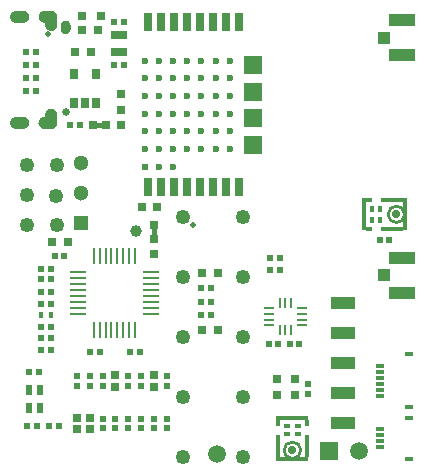
<source format=gbr>
%TF.GenerationSoftware,Altium Limited,Altium Designer,21.4.1 (30)*%
G04 Layer_Color=3931*
%FSLAX45Y45*%
%MOMM*%
%TF.SameCoordinates,F4A6E2B2-E63A-418B-8CEE-B9A354165880*%
%TF.FilePolarity,Negative*%
%TF.FileFunction,Soldermask,Top*%
%TF.Part,Single*%
G01*
G75*
%TA.AperFunction,Conductor*%
%ADD12C,0.25400*%
%TA.AperFunction,SMDPad,CuDef*%
%ADD14R,0.65000X0.90000*%
%ADD15R,0.75000X0.70000*%
%ADD16R,0.75000X0.65000*%
%ADD17R,0.75001X0.65000*%
%ADD18R,0.70000X0.80000*%
%ADD19R,0.65000X0.80000*%
%ADD20R,0.60000X0.40000*%
%ADD21C,0.30000*%
%ADD22R,0.40000X0.60000*%
%TA.AperFunction,ConnectorPad*%
%ADD23R,0.80000X0.30000*%
%ADD24R,0.80000X0.40000*%
%TA.AperFunction,SMDPad,CuDef*%
%ADD25R,0.80000X0.40000*%
%ADD26R,0.80000X0.30000*%
%ADD27R,2.00000X1.00000*%
%ADD28R,0.80000X0.75000*%
%ADD29R,0.80000X0.70000*%
%ADD30R,0.52000X0.52000*%
%ADD31R,0.50000X0.52000*%
%ADD32R,0.80000X0.80000*%
%ADD33R,0.52000X0.50000*%
%ADD34R,0.60000X0.90000*%
%ADD35R,2.20000X1.05000*%
%ADD36R,1.05000X1.00000*%
%ADD37R,0.52000X0.52000*%
%ADD38R,0.70000X1.50000*%
%TA.AperFunction,BGAPad,CuDef*%
%ADD39C,0.60000*%
%TA.AperFunction,SMDPad,CuDef*%
%ADD40R,0.60000X0.60000*%
%ADD41R,1.50000X1.50000*%
%ADD42R,0.45000X0.55000*%
%ADD43R,0.72000X0.76000*%
%ADD44R,0.65000X0.75001*%
%ADD45R,0.65000X0.75000*%
%ADD46R,0.70000X0.75000*%
%ADD47R,0.87500X0.25000*%
%ADD48R,0.25000X0.87500*%
%ADD49C,1.50000*%
%ADD50R,1.40000X0.75000*%
%ADD51O,0.25000X1.40000*%
%ADD52O,1.40000X0.25000*%
%ADD53C,1.00000*%
%TA.AperFunction,NonConductor*%
%ADD58R,2.80000X0.37500*%
%TA.AperFunction,Conductor*%
%ADD59R,2.80000X0.34751*%
G04:AMPARAMS|DCode=60|XSize=1.9mm|YSize=0.35mm|CornerRadius=0mm|HoleSize=0mm|Usage=FLASHONLY|Rotation=90.002|XOffset=0mm|YOffset=0mm|HoleType=Round|Shape=Rectangle|*
%AMROTATEDRECTD60*
4,1,4,0.17503,-0.95000,-0.17497,-0.95001,-0.17503,0.95000,0.17497,0.95001,0.17503,-0.95000,0.0*
%
%ADD60ROTATEDRECTD60*%

%TA.AperFunction,NonConductor*%
G04:AMPARAMS|DCode=61|XSize=0.44998mm|YSize=0.35mm|CornerRadius=0mm|HoleSize=0mm|Usage=FLASHONLY|Rotation=90.002|XOffset=0mm|YOffset=0mm|HoleType=Round|Shape=Rectangle|*
%AMROTATEDRECTD61*
4,1,4,0.17501,-0.22499,-0.17499,-0.22500,-0.17501,0.22499,0.17499,0.22500,0.17501,-0.22499,0.0*
%
%ADD61ROTATEDRECTD61*%

%TA.AperFunction,Conductor*%
G04:AMPARAMS|DCode=62|XSize=1.9mm|YSize=0.35mm|CornerRadius=0mm|HoleSize=0mm|Usage=FLASHONLY|Rotation=180.002|XOffset=0mm|YOffset=0mm|HoleType=Round|Shape=Rectangle|*
%AMROTATEDRECTD62*
4,1,4,0.95000,0.17503,0.95001,-0.17497,-0.95000,-0.17503,-0.95001,0.17497,0.95000,0.17503,0.0*
%
%ADD62ROTATEDRECTD62*%

%TA.AperFunction,NonConductor*%
G04:AMPARAMS|DCode=63|XSize=0.44998mm|YSize=0.35mm|CornerRadius=0mm|HoleSize=0mm|Usage=FLASHONLY|Rotation=180.002|XOffset=0mm|YOffset=0mm|HoleType=Round|Shape=Rectangle|*
%AMROTATEDRECTD63*
4,1,4,0.22499,0.17501,0.22500,-0.17499,-0.22499,-0.17501,-0.22500,0.17499,0.22499,0.17501,0.0*
%
%ADD63ROTATEDRECTD63*%

%TA.AperFunction,Conductor*%
%ADD64R,0.34751X2.80000*%
%TA.AperFunction,NonConductor*%
%ADD65R,0.37500X2.80000*%
%TA.AperFunction,ComponentPad*%
%ADD66C,0.63000*%
%ADD69R,1.30000X1.30000*%
%ADD70C,1.30000*%
%ADD71C,0.70000*%
%ADD72C,1.25000*%
%ADD73C,1.50000*%
%ADD74R,1.50000X1.50000*%
%TA.AperFunction,ViaPad*%
%ADD76C,0.50000*%
%TA.AperFunction,Conductor*%
%ADD132C,0.35400*%
%ADD133C,0.40800*%
G36*
X139932Y2922617D02*
X139726Y2925227D01*
X139385Y2927822D01*
X138908Y2930396D01*
X138296Y2932941D01*
X137553Y2935451D01*
X136679Y2937918D01*
X135677Y2940337D01*
X134550Y2942700D01*
X133301Y2945000D01*
X131934Y2947232D01*
X130451Y2949389D01*
X128858Y2951466D01*
X127157Y2953457D01*
X125355Y2955356D01*
X123457Y2957157D01*
X121466Y2958857D01*
X119389Y2960451D01*
X117232Y2961934D01*
X115000Y2963301D01*
X112700Y2964550D01*
X110337Y2965677D01*
X107919Y2966679D01*
X105451Y2967553D01*
X102941Y2968296D01*
X100396Y2968907D01*
X97822Y2969384D01*
X95227Y2969726D01*
X92617Y2969932D01*
X90000Y2970000D01*
X30000D01*
X27383Y2969932D01*
X24774Y2969726D01*
X22179Y2969384D01*
X19604Y2968907D01*
X17059Y2968296D01*
X14549Y2967553D01*
X12082Y2966679D01*
X9663Y2965677D01*
X7300Y2964550D01*
X5000Y2963301D01*
X2768Y2961934D01*
X611Y2960451D01*
X-1466Y2958857D01*
X-3456Y2957157D01*
X-5355Y2955356D01*
X-7157Y2953457D01*
X-8857Y2951466D01*
X-10451Y2949389D01*
X-11933Y2947232D01*
X-13301Y2945000D01*
X-14550Y2942700D01*
X-15677Y2940337D01*
X-16679Y2937918D01*
X-17553Y2935451D01*
X-18296Y2932941D01*
X-18907Y2930396D01*
X-19384Y2927822D01*
X-19726Y2925227D01*
X-19931Y2922617D01*
X-20000Y2920000D01*
X-19931Y2917383D01*
X-19726Y2914774D01*
X-19384Y2912178D01*
X-18907Y2909605D01*
X-18296Y2907059D01*
X-17553Y2904549D01*
X-16679Y2902082D01*
X-15677Y2899663D01*
X-14550Y2897301D01*
X-13301Y2895000D01*
X-11933Y2892768D01*
X-10451Y2890611D01*
X-8857Y2888534D01*
X-7157Y2886544D01*
X-5355Y2884645D01*
X-3456Y2882843D01*
X-1466Y2881143D01*
X611Y2879549D01*
X2768Y2878067D01*
X5000Y2876699D01*
X7300Y2875450D01*
X9663Y2874323D01*
X12082Y2873321D01*
X14549Y2872447D01*
X17059Y2871704D01*
X19604Y2871093D01*
X22179Y2870616D01*
X24774Y2870274D01*
X27383Y2870069D01*
X30000Y2870000D01*
X90000D01*
X92617Y2870069D01*
X95227Y2870274D01*
X97822Y2870616D01*
X100396Y2871093D01*
X102941Y2871704D01*
X105451Y2872447D01*
X107919Y2873321D01*
X110337Y2874323D01*
X112700Y2875450D01*
X115000Y2876699D01*
X117232Y2878067D01*
X119389Y2879549D01*
X121466Y2881143D01*
X123457Y2882843D01*
X125355Y2884645D01*
X127157Y2886544D01*
X128858Y2888534D01*
X130451Y2890611D01*
X131934Y2892768D01*
X133301Y2895000D01*
X134550Y2897301D01*
X135677Y2899663D01*
X136679Y2902082D01*
X137553Y2904549D01*
X138296Y2907059D01*
X138908Y2909605D01*
X139385Y2912178D01*
X139726Y2914774D01*
X139932Y2917383D01*
X140000Y2920000D01*
X139932Y2922617D01*
D02*
G37*
G36*
X379928Y2990248D02*
X379712Y2992988D01*
X379354Y2995713D01*
X378853Y2998415D01*
X378211Y3001088D01*
X377431Y3003723D01*
X376513Y3006315D01*
X375461Y3008854D01*
X374278Y3011335D01*
X372966Y3013750D01*
X371530Y3016094D01*
X369974Y3018359D01*
X368300Y3020540D01*
X366515Y3022629D01*
X364623Y3024623D01*
X362629Y3026515D01*
X360540Y3028300D01*
X358359Y3029974D01*
X356094Y3031530D01*
X353750Y3032967D01*
X351335Y3034278D01*
X348854Y3035461D01*
X346315Y3036513D01*
X343723Y3037431D01*
X341088Y3038211D01*
X338415Y3038853D01*
X335713Y3039354D01*
X332988Y3039712D01*
X330248Y3039928D01*
X327500Y3040000D01*
X324752Y3039928D01*
X322012Y3039712D01*
X319287Y3039354D01*
X316585Y3038853D01*
X313912Y3038211D01*
X311277Y3037431D01*
X308686Y3036513D01*
X306146Y3035461D01*
X303666Y3034278D01*
X301250Y3032967D01*
X298907Y3031530D01*
X296641Y3029974D01*
X294461Y3028300D01*
X292371Y3026515D01*
X290377Y3024623D01*
X288485Y3022629D01*
X286700Y3020540D01*
X285027Y3018359D01*
X283470Y3016094D01*
X282034Y3013750D01*
X280722Y3011335D01*
X279539Y3008854D01*
X278487Y3006315D01*
X277570Y3003723D01*
X276789Y3001088D01*
X276147Y2998415D01*
X275646Y2995713D01*
X275288Y2992988D01*
X275072Y2990248D01*
X275000Y2987500D01*
Y2975000D01*
X274993Y2974739D01*
X274973Y2974477D01*
X274938Y2974218D01*
X274891Y2973961D01*
X274830Y2973706D01*
X274755Y2973455D01*
X274668Y2973208D01*
X274568Y2972966D01*
X274455Y2972730D01*
X274330Y2972500D01*
X274194Y2972277D01*
X274045Y2972061D01*
X273886Y2971854D01*
X273716Y2971654D01*
X273536Y2971464D01*
X273346Y2971284D01*
X273147Y2971114D01*
X272939Y2970955D01*
X272723Y2970807D01*
X272500Y2970670D01*
X272270Y2970545D01*
X272034Y2970432D01*
X271792Y2970332D01*
X271545Y2970245D01*
X271294Y2970171D01*
X271040Y2970109D01*
X270782Y2970062D01*
X270523Y2970028D01*
X270262Y2970007D01*
X270000Y2970000D01*
X267383Y2969932D01*
X264774Y2969726D01*
X262178Y2969384D01*
X259605Y2968907D01*
X257059Y2968296D01*
X254549Y2967553D01*
X252082Y2966679D01*
X249663Y2965677D01*
X247300Y2964550D01*
X245000Y2963301D01*
X242768Y2961934D01*
X240611Y2960451D01*
X238534Y2958857D01*
X236544Y2957157D01*
X234645Y2955356D01*
X232843Y2953457D01*
X231143Y2951466D01*
X229549Y2949389D01*
X228067Y2947232D01*
X226699Y2945000D01*
X225450Y2942700D01*
X224323Y2940337D01*
X223321Y2937918D01*
X222447Y2935451D01*
X221704Y2932941D01*
X221093Y2930396D01*
X220616Y2927822D01*
X220274Y2925227D01*
X220069Y2922617D01*
X220000Y2920000D01*
X220069Y2917383D01*
X220274Y2914774D01*
X220616Y2912178D01*
X221093Y2909605D01*
X221704Y2907059D01*
X222447Y2904549D01*
X223321Y2902082D01*
X224323Y2899663D01*
X225450Y2897301D01*
X226699Y2895000D01*
X228067Y2892768D01*
X229549Y2890611D01*
X231143Y2888534D01*
X232843Y2886544D01*
X234645Y2884645D01*
X236544Y2882843D01*
X238534Y2881143D01*
X240611Y2879549D01*
X242768Y2878067D01*
X245000Y2876699D01*
X247300Y2875450D01*
X249663Y2874323D01*
X252082Y2873321D01*
X254549Y2872447D01*
X257059Y2871704D01*
X259605Y2871093D01*
X262178Y2870616D01*
X264774Y2870274D01*
X267383Y2870069D01*
X270000Y2870000D01*
X330000D01*
X332617Y2870069D01*
X335227Y2870274D01*
X337822Y2870616D01*
X340396Y2871093D01*
X342941Y2871704D01*
X345451Y2872447D01*
X347919Y2873321D01*
X350337Y2874323D01*
X352700Y2875450D01*
X355000Y2876699D01*
X357232Y2878067D01*
X359389Y2879549D01*
X361466Y2881143D01*
X363457Y2882843D01*
X365355Y2884645D01*
X367157Y2886544D01*
X368858Y2888534D01*
X370451Y2890611D01*
X371934Y2892768D01*
X373301Y2895000D01*
X374550Y2897301D01*
X375677Y2899663D01*
X376679Y2902082D01*
X377553Y2904549D01*
X378296Y2907059D01*
X378908Y2909605D01*
X379385Y2912178D01*
X379726Y2914774D01*
X379932Y2917383D01*
X380000Y2920000D01*
Y2987500D01*
X379928Y2990248D01*
D02*
G37*
G36*
X139932Y3820617D02*
X139726Y3823227D01*
X139385Y3825822D01*
X138908Y3828396D01*
X138296Y3830941D01*
X137553Y3833451D01*
X136679Y3835918D01*
X135677Y3838337D01*
X134550Y3840700D01*
X133301Y3843000D01*
X131934Y3845232D01*
X130451Y3847389D01*
X128858Y3849466D01*
X127157Y3851457D01*
X125355Y3853356D01*
X123457Y3855157D01*
X121466Y3856857D01*
X119389Y3858451D01*
X117232Y3859934D01*
X115000Y3861301D01*
X112700Y3862551D01*
X110337Y3863677D01*
X107919Y3864679D01*
X105451Y3865553D01*
X102941Y3866296D01*
X100396Y3866907D01*
X97822Y3867384D01*
X95227Y3867726D01*
X92617Y3867932D01*
X90000Y3868000D01*
X30000D01*
X27383Y3867932D01*
X24774Y3867726D01*
X22179Y3867384D01*
X19604Y3866907D01*
X17059Y3866296D01*
X14549Y3865553D01*
X12082Y3864679D01*
X9663Y3863677D01*
X7300Y3862551D01*
X5000Y3861301D01*
X2768Y3859934D01*
X611Y3858451D01*
X-1466Y3856857D01*
X-3456Y3855157D01*
X-5355Y3853356D01*
X-7157Y3851457D01*
X-8857Y3849466D01*
X-10451Y3847389D01*
X-11933Y3845232D01*
X-13301Y3843000D01*
X-14550Y3840700D01*
X-15677Y3838337D01*
X-16679Y3835918D01*
X-17553Y3833451D01*
X-18296Y3830941D01*
X-18907Y3828396D01*
X-19384Y3825822D01*
X-19726Y3823227D01*
X-19931Y3820617D01*
X-20000Y3818000D01*
X-19931Y3815383D01*
X-19726Y3812774D01*
X-19384Y3810178D01*
X-18907Y3807605D01*
X-18296Y3805059D01*
X-17553Y3802549D01*
X-16679Y3800082D01*
X-15677Y3797663D01*
X-14550Y3795301D01*
X-13301Y3793000D01*
X-11933Y3790768D01*
X-10451Y3788611D01*
X-8857Y3786534D01*
X-7157Y3784544D01*
X-5355Y3782645D01*
X-3456Y3780843D01*
X-1466Y3779143D01*
X611Y3777549D01*
X2768Y3776067D01*
X5000Y3774699D01*
X7300Y3773450D01*
X9663Y3772323D01*
X12082Y3771321D01*
X14549Y3770447D01*
X17059Y3769704D01*
X19604Y3769093D01*
X22179Y3768616D01*
X24774Y3768274D01*
X27383Y3768069D01*
X30000Y3768000D01*
X90000D01*
X92617Y3768069D01*
X95227Y3768274D01*
X97822Y3768616D01*
X100396Y3769093D01*
X102941Y3769704D01*
X105451Y3770447D01*
X107919Y3771321D01*
X110337Y3772323D01*
X112700Y3773450D01*
X115000Y3774699D01*
X117232Y3776067D01*
X119389Y3777549D01*
X121466Y3779143D01*
X123457Y3780843D01*
X125355Y3782645D01*
X127157Y3784544D01*
X128858Y3786534D01*
X130451Y3788611D01*
X131934Y3790768D01*
X133301Y3793000D01*
X134550Y3795301D01*
X135677Y3797663D01*
X136679Y3800082D01*
X137553Y3802549D01*
X138296Y3805059D01*
X138908Y3807605D01*
X139385Y3810178D01*
X139726Y3812774D01*
X139932Y3815383D01*
X140000Y3818000D01*
X139932Y3820617D01*
D02*
G37*
G36*
X379932D02*
X379726Y3823227D01*
X379385Y3825822D01*
X378908Y3828396D01*
X378296Y3830941D01*
X377553Y3833451D01*
X376679Y3835918D01*
X375677Y3838337D01*
X374550Y3840700D01*
X373301Y3843000D01*
X371934Y3845232D01*
X370451Y3847389D01*
X368858Y3849466D01*
X367157Y3851457D01*
X365355Y3853356D01*
X363457Y3855157D01*
X361466Y3856857D01*
X359389Y3858451D01*
X357232Y3859934D01*
X355000Y3861301D01*
X352700Y3862551D01*
X350337Y3863677D01*
X347919Y3864679D01*
X345451Y3865553D01*
X342941Y3866296D01*
X340396Y3866907D01*
X337822Y3867384D01*
X335227Y3867726D01*
X332617Y3867932D01*
X330000Y3868000D01*
X270000D01*
X267383Y3867932D01*
X264774Y3867726D01*
X262178Y3867384D01*
X259605Y3866907D01*
X257059Y3866296D01*
X254549Y3865553D01*
X252082Y3864679D01*
X249663Y3863677D01*
X247300Y3862551D01*
X245000Y3861301D01*
X242768Y3859934D01*
X240611Y3858451D01*
X238534Y3856857D01*
X236544Y3855157D01*
X234645Y3853356D01*
X232843Y3851457D01*
X231143Y3849466D01*
X229549Y3847389D01*
X228067Y3845232D01*
X226699Y3843000D01*
X225450Y3840700D01*
X224323Y3838337D01*
X223321Y3835918D01*
X222447Y3833451D01*
X221704Y3830941D01*
X221093Y3828396D01*
X220616Y3825822D01*
X220274Y3823227D01*
X220069Y3820617D01*
X220000Y3818000D01*
X220069Y3815383D01*
X220274Y3812774D01*
X220616Y3810178D01*
X221093Y3807605D01*
X221704Y3805059D01*
X222447Y3802549D01*
X223321Y3800082D01*
X224323Y3797663D01*
X225450Y3795301D01*
X226699Y3793000D01*
X228067Y3790768D01*
X229549Y3788611D01*
X231143Y3786534D01*
X232843Y3784544D01*
X234645Y3782645D01*
X236544Y3780843D01*
X238534Y3779143D01*
X240611Y3777549D01*
X242768Y3776067D01*
X245000Y3774699D01*
X247300Y3773450D01*
X249663Y3772323D01*
X252082Y3771321D01*
X254549Y3770447D01*
X257059Y3769704D01*
X259605Y3769093D01*
X262178Y3768616D01*
X264774Y3768274D01*
X267383Y3768069D01*
X270000Y3768000D01*
X270262Y3767993D01*
X270523Y3767973D01*
X270782Y3767939D01*
X271040Y3767891D01*
X271294Y3767830D01*
X271545Y3767755D01*
X271792Y3767668D01*
X272034Y3767568D01*
X272270Y3767455D01*
X272500Y3767330D01*
X272723Y3767193D01*
X272939Y3767045D01*
X273147Y3766886D01*
X273346Y3766716D01*
X273536Y3766536D01*
X273716Y3766346D01*
X273886Y3766147D01*
X274045Y3765939D01*
X274194Y3765723D01*
X274330Y3765500D01*
X274455Y3765270D01*
X274568Y3765034D01*
X274668Y3764792D01*
X274755Y3764545D01*
X274830Y3764294D01*
X274891Y3764040D01*
X274938Y3763782D01*
X274973Y3763523D01*
X274993Y3763262D01*
X275000Y3763000D01*
Y3750500D01*
X275072Y3747752D01*
X275288Y3745012D01*
X275646Y3742287D01*
X276147Y3739585D01*
X276789Y3736912D01*
X277570Y3734277D01*
X278487Y3731686D01*
X279539Y3729146D01*
X280722Y3726666D01*
X282034Y3724250D01*
X283470Y3721906D01*
X285027Y3719641D01*
X286700Y3717461D01*
X288485Y3715371D01*
X290377Y3713377D01*
X292371Y3711485D01*
X294461Y3709700D01*
X296641Y3708027D01*
X298907Y3706470D01*
X301250Y3705034D01*
X303666Y3703722D01*
X306146Y3702539D01*
X308686Y3701487D01*
X311277Y3700570D01*
X313912Y3699789D01*
X316585Y3699147D01*
X319287Y3698646D01*
X322012Y3698288D01*
X324752Y3698072D01*
X327500Y3698000D01*
X330248Y3698072D01*
X332988Y3698288D01*
X335713Y3698646D01*
X338415Y3699147D01*
X341088Y3699789D01*
X343723Y3700570D01*
X346315Y3701487D01*
X348854Y3702539D01*
X351335Y3703722D01*
X353750Y3705034D01*
X356094Y3706470D01*
X358359Y3708027D01*
X360540Y3709700D01*
X362629Y3711485D01*
X364623Y3713377D01*
X366515Y3715371D01*
X368300Y3717461D01*
X369974Y3719641D01*
X371530Y3721906D01*
X372966Y3724250D01*
X374278Y3726666D01*
X375461Y3729146D01*
X376513Y3731686D01*
X377431Y3734277D01*
X378211Y3736912D01*
X378853Y3739585D01*
X379354Y3742287D01*
X379712Y3745012D01*
X379928Y3747752D01*
X380000Y3750500D01*
Y3818000D01*
X379932Y3820617D01*
D02*
G37*
G36*
X491443Y3747172D02*
X491273Y3749338D01*
X490989Y3751492D01*
X490593Y3753629D01*
X490086Y3755741D01*
X489469Y3757824D01*
X488744Y3759872D01*
X487912Y3761880D01*
X486977Y3763841D01*
X485940Y3765750D01*
X484805Y3767603D01*
X483574Y3769393D01*
X482252Y3771117D01*
X480841Y3772769D01*
X479345Y3774345D01*
X477769Y3775841D01*
X476117Y3777252D01*
X474393Y3778574D01*
X472603Y3779805D01*
X470750Y3780940D01*
X468841Y3781977D01*
X466880Y3782912D01*
X464872Y3783744D01*
X462824Y3784469D01*
X460741Y3785086D01*
X458628Y3785593D01*
X456492Y3785989D01*
X454338Y3786273D01*
X452172Y3786443D01*
X450000Y3786500D01*
X447828Y3786443D01*
X445662Y3786273D01*
X443508Y3785989D01*
X441372Y3785593D01*
X439259Y3785086D01*
X437176Y3784469D01*
X435128Y3783744D01*
X433121Y3782912D01*
X431159Y3781977D01*
X429250Y3780940D01*
X427398Y3779805D01*
X425607Y3778574D01*
X423883Y3777252D01*
X422231Y3775841D01*
X420655Y3774345D01*
X419160Y3772769D01*
X417748Y3771117D01*
X416426Y3769393D01*
X415195Y3767603D01*
X414060Y3765750D01*
X413023Y3763841D01*
X412088Y3761880D01*
X411256Y3759872D01*
X410531Y3757824D01*
X409914Y3755741D01*
X409407Y3753629D01*
X409011Y3751492D01*
X408727Y3749338D01*
X408557Y3747172D01*
X408500Y3745000D01*
Y3713000D01*
X408557Y3710828D01*
X408727Y3708662D01*
X409011Y3706508D01*
X409407Y3704372D01*
X409914Y3702259D01*
X410531Y3700176D01*
X411256Y3698128D01*
X412088Y3696121D01*
X413023Y3694159D01*
X414060Y3692250D01*
X415195Y3690397D01*
X416426Y3688607D01*
X417748Y3686883D01*
X419160Y3685231D01*
X420655Y3683655D01*
X422231Y3682160D01*
X423883Y3680749D01*
X425607Y3679426D01*
X427398Y3678195D01*
X429250Y3677060D01*
X431159Y3676023D01*
X433121Y3675088D01*
X435128Y3674257D01*
X437176Y3673531D01*
X439259Y3672914D01*
X441372Y3672407D01*
X443508Y3672011D01*
X445662Y3671727D01*
X447828Y3671557D01*
X450000Y3671500D01*
X452172Y3671557D01*
X454338Y3671727D01*
X456492Y3672011D01*
X458628Y3672407D01*
X460741Y3672914D01*
X462824Y3673531D01*
X464872Y3674257D01*
X466880Y3675088D01*
X468841Y3676023D01*
X470750Y3677060D01*
X472603Y3678195D01*
X474393Y3679426D01*
X476117Y3680749D01*
X477769Y3682160D01*
X479345Y3683655D01*
X480841Y3685231D01*
X482252Y3686883D01*
X483574Y3688607D01*
X484805Y3690397D01*
X485940Y3692250D01*
X486977Y3694159D01*
X487912Y3696121D01*
X488744Y3698128D01*
X489469Y3700176D01*
X490086Y3702259D01*
X490593Y3704372D01*
X490989Y3706508D01*
X491273Y3708662D01*
X491443Y3710828D01*
X491500Y3713000D01*
Y3745000D01*
X491443Y3747172D01*
D02*
G37*
D12*
X2376181Y78666D02*
G03*
X2363979Y78666I-6101J69734D01*
G01*
X3319734Y2152061D02*
G03*
X3319734Y2139860I-69734J-6101D01*
G01*
D14*
X519998Y3090000D02*
D03*
X614999D02*
D03*
X710000D02*
D03*
Y3330000D02*
D03*
X519998D02*
D03*
D15*
X1196354Y1940560D02*
D03*
D16*
Y1813560D02*
D03*
D17*
Y2051685D02*
D03*
D18*
X1092500Y2209300D02*
D03*
X1227500D02*
D03*
X1742440Y1649140D02*
D03*
X1607440D02*
D03*
X467500Y1910000D02*
D03*
X332500D02*
D03*
X1607400Y1170000D02*
D03*
X1742400D02*
D03*
D19*
X592500Y3710000D02*
D03*
X727500D02*
D03*
X526860Y3517900D02*
D03*
X661860D02*
D03*
D20*
X2325080Y353399D02*
D03*
Y283399D02*
D03*
X2415080D02*
D03*
Y353399D02*
D03*
D21*
X2370080Y78399D02*
D03*
X3320000Y2145960D02*
D03*
D22*
X3045000Y2190960D02*
D03*
X3115000D02*
D03*
Y2100960D02*
D03*
X3045000D02*
D03*
D23*
X3110000Y861000D02*
D03*
Y811000D02*
D03*
Y761000D02*
D03*
Y711000D02*
D03*
Y661000D02*
D03*
Y611000D02*
D03*
D24*
X3360000Y511000D02*
D03*
Y961000D02*
D03*
D25*
Y75000D02*
D03*
Y425000D02*
D03*
D26*
X3110000Y175000D02*
D03*
Y225000D02*
D03*
Y275000D02*
D03*
Y325000D02*
D03*
D27*
X2800200Y381000D02*
D03*
Y635000D02*
D03*
Y889000D02*
D03*
Y1143000D02*
D03*
Y1397000D02*
D03*
D28*
X2241520Y747499D02*
D03*
Y612499D02*
D03*
D29*
X2390000Y747500D02*
D03*
Y612500D02*
D03*
X915529Y3165884D02*
D03*
Y3030884D02*
D03*
D30*
X2504300Y627319D02*
D03*
Y707319D02*
D03*
X1306099Y415000D02*
D03*
Y335000D02*
D03*
X763243Y415000D02*
D03*
Y335000D02*
D03*
X1088956D02*
D03*
Y415000D02*
D03*
X980385Y415000D02*
D03*
Y335000D02*
D03*
D31*
X327000Y1097500D02*
D03*
X243000D02*
D03*
X573209Y2900674D02*
D03*
X489209D02*
D03*
X115600Y3297400D02*
D03*
X199600D02*
D03*
X114900Y3186500D02*
D03*
X198900D02*
D03*
X227000Y813000D02*
D03*
X143000D02*
D03*
X207000Y351000D02*
D03*
X123000D02*
D03*
X308000Y350000D02*
D03*
X392000D02*
D03*
X198700Y3521700D02*
D03*
X114700D02*
D03*
X199500Y3408500D02*
D03*
X115500D02*
D03*
X327600Y1596800D02*
D03*
X243600D02*
D03*
X243001Y1685700D02*
D03*
X327001D02*
D03*
X243000Y1195086D02*
D03*
X327000D02*
D03*
Y1000000D02*
D03*
X243000D02*
D03*
X2183000Y1775000D02*
D03*
X2267000D02*
D03*
Y1675000D02*
D03*
X2183000D02*
D03*
D32*
X592300Y3824500D02*
D03*
X752300D02*
D03*
D33*
X1088955Y695000D02*
D03*
Y779000D02*
D03*
X654671D02*
D03*
Y695000D02*
D03*
X871814Y333000D02*
D03*
Y417000D02*
D03*
X1306097Y779000D02*
D03*
Y695000D02*
D03*
X546100Y779000D02*
D03*
Y695000D02*
D03*
X980384Y779000D02*
D03*
Y695000D02*
D03*
X763242Y779000D02*
D03*
Y695000D02*
D03*
X1197528Y417000D02*
D03*
Y333000D02*
D03*
D34*
X137500Y656940D02*
D03*
Y506940D02*
D03*
X232500D02*
D03*
Y656940D02*
D03*
D35*
X3300000Y3787500D02*
D03*
Y3492500D02*
D03*
Y1482500D02*
D03*
Y1777500D02*
D03*
D36*
X3147500Y3640000D02*
D03*
Y1630000D02*
D03*
D37*
X3190004Y1925496D02*
D03*
X3110003D02*
D03*
X860000Y3413760D02*
D03*
X940000D02*
D03*
Y3771900D02*
D03*
X860000D02*
D03*
X1597640Y1519478D02*
D03*
X1677640D02*
D03*
X360000Y1790000D02*
D03*
X440000D02*
D03*
X1597640Y1401800D02*
D03*
X1677640D02*
D03*
X325000Y1487714D02*
D03*
X245000D02*
D03*
X1597640Y1290000D02*
D03*
X1677640D02*
D03*
X245000Y1390171D02*
D03*
X325000D02*
D03*
X2427600Y1050000D02*
D03*
X2347600D02*
D03*
X2249800D02*
D03*
X2169800D02*
D03*
X738501Y983301D02*
D03*
X658501D02*
D03*
X997500Y983302D02*
D03*
X1077500D02*
D03*
D38*
X1920200Y3773000D02*
D03*
X1810200D02*
D03*
X1700200D02*
D03*
X1590200D02*
D03*
X1480200D02*
D03*
X1370200D02*
D03*
X1260200D02*
D03*
X1150200D02*
D03*
Y2373000D02*
D03*
X1260200D02*
D03*
X1370200D02*
D03*
X1480200D02*
D03*
X1590200D02*
D03*
X1700200D02*
D03*
X1810200D02*
D03*
X1920200D02*
D03*
D39*
X1840200Y3298000D02*
D03*
Y3148000D02*
D03*
Y2998000D02*
D03*
Y2848000D02*
D03*
X1720200Y3298000D02*
D03*
Y3148000D02*
D03*
Y2998000D02*
D03*
Y2848000D02*
D03*
X1600200Y3298000D02*
D03*
Y3148000D02*
D03*
Y2998000D02*
D03*
Y2848000D02*
D03*
X1480200Y3298000D02*
D03*
Y3148000D02*
D03*
Y2998000D02*
D03*
Y2848000D02*
D03*
X1360200Y3298000D02*
D03*
Y3148000D02*
D03*
Y2998000D02*
D03*
Y2848000D02*
D03*
X1240200Y3298000D02*
D03*
Y3148000D02*
D03*
Y2998000D02*
D03*
Y2848000D02*
D03*
X1840200Y3448000D02*
D03*
Y2698000D02*
D03*
X1120200Y3298000D02*
D03*
Y3148000D02*
D03*
Y2998000D02*
D03*
Y2848000D02*
D03*
X1720200Y2698000D02*
D03*
X1600200D02*
D03*
X1480200D02*
D03*
X1360200D02*
D03*
X1240200D02*
D03*
X1120200D02*
D03*
X1720200Y3448000D02*
D03*
X1600200D02*
D03*
X1480200D02*
D03*
X1360200D02*
D03*
X1240200D02*
D03*
X1120200D02*
D03*
X1360200Y2548000D02*
D03*
X1240200D02*
D03*
D40*
X1120200D02*
D03*
D41*
X2040200Y3410500D02*
D03*
Y3185500D02*
D03*
Y2960500D02*
D03*
Y2735500D02*
D03*
D42*
X240000Y1292629D02*
D03*
X330000D02*
D03*
D43*
X1197526Y688000D02*
D03*
Y786000D02*
D03*
X871813Y688000D02*
D03*
Y786000D02*
D03*
X546100Y326000D02*
D03*
Y424000D02*
D03*
X654671Y326000D02*
D03*
Y424000D02*
D03*
D44*
X679875Y2900680D02*
D03*
D45*
X918000D02*
D03*
D46*
X791000D02*
D03*
D47*
X2449320Y1355000D02*
D03*
X2171920D02*
D03*
X2449320Y1205000D02*
D03*
Y1255000D02*
D03*
Y1305000D02*
D03*
X2171920D02*
D03*
Y1255000D02*
D03*
Y1205000D02*
D03*
D48*
X2260620Y1166300D02*
D03*
X2310620D02*
D03*
X2360620D02*
D03*
X2260620Y1393700D02*
D03*
X2360620D02*
D03*
X2310620D02*
D03*
D49*
X1729097Y120420D02*
D03*
D50*
X900000Y3520500D02*
D03*
Y3665500D02*
D03*
D51*
X688100Y1170001D02*
D03*
X738100D02*
D03*
X788100D02*
D03*
X838100D02*
D03*
X888100D02*
D03*
X938100D02*
D03*
X988100D02*
D03*
X1038100D02*
D03*
Y1790001D02*
D03*
X988100D02*
D03*
X938100D02*
D03*
X888100D02*
D03*
X838100D02*
D03*
X788100D02*
D03*
X738100D02*
D03*
X688100D02*
D03*
D52*
X1173100Y1305001D02*
D03*
Y1355001D02*
D03*
Y1405002D02*
D03*
Y1455001D02*
D03*
Y1505002D02*
D03*
Y1555001D02*
D03*
Y1605001D02*
D03*
Y1655002D02*
D03*
X553100D02*
D03*
Y1605001D02*
D03*
Y1555001D02*
D03*
Y1505002D02*
D03*
Y1455001D02*
D03*
Y1405002D02*
D03*
Y1355001D02*
D03*
Y1305001D02*
D03*
D53*
X1042499Y2001133D02*
D03*
D58*
X2370080Y420649D02*
D03*
D59*
Y76026D02*
D03*
D60*
X2247578Y183410D02*
D03*
X2492582Y183410D02*
D03*
D61*
X2247572Y380900D02*
D03*
X2492575Y380900D02*
D03*
D62*
X3214990Y2268463D02*
D03*
Y2023457D02*
D03*
D63*
X3017499Y2268456D02*
D03*
Y2023450D02*
D03*
D64*
X3322374Y2145960D02*
D03*
D65*
X2977750D02*
D03*
D66*
X450000Y3009000D02*
D03*
Y3729000D02*
D03*
D69*
X584200Y2072000D02*
D03*
D70*
Y2580000D02*
D03*
Y2326000D02*
D03*
D71*
X2370080Y148399D02*
D03*
X3250000Y2145960D02*
D03*
D72*
X1442500Y2120901D02*
D03*
X1955000Y2120900D02*
D03*
X119300Y2562601D02*
D03*
Y2308600D02*
D03*
Y2054600D02*
D03*
X1955000Y88900D02*
D03*
X1447000D02*
D03*
Y1104900D02*
D03*
Y596900D02*
D03*
X1955000Y1612900D02*
D03*
X1447000D02*
D03*
X1955000Y1104900D02*
D03*
Y596900D02*
D03*
X373300Y2054600D02*
D03*
Y2562600D02*
D03*
X372300Y2304401D02*
D03*
D73*
X2937000Y140000D02*
D03*
D74*
X2683000D02*
D03*
D76*
X1529000Y2052700D02*
D03*
X303380Y3668425D02*
D03*
D132*
X1196354Y1940560D02*
Y1962963D01*
Y2048107D02*
Y2051188D01*
Y2034360D02*
Y2041560D01*
Y2045060D01*
Y2048107D01*
Y1962963D02*
Y2034360D01*
X691648Y2900680D02*
X791000D01*
X690700D02*
X691648D01*
X680372D02*
X690700D01*
D133*
X1196852Y2034360D02*
Y2035810D01*
Y1972310D02*
Y2034360D01*
X1196354Y2051188D02*
X1196603Y2051436D01*
X1196852Y2051685D01*
X679875Y2901177D02*
X680123Y2900929D01*
X680124Y2900928D02*
X680372Y2900680D01*
X680124Y2900928D02*
Y2900929D01*
X680123D02*
X680124D01*
X695750Y2901177D02*
X759250D01*
%TF.MD5,bf8d2d625b781f783992577fff25dff0*%
M02*

</source>
